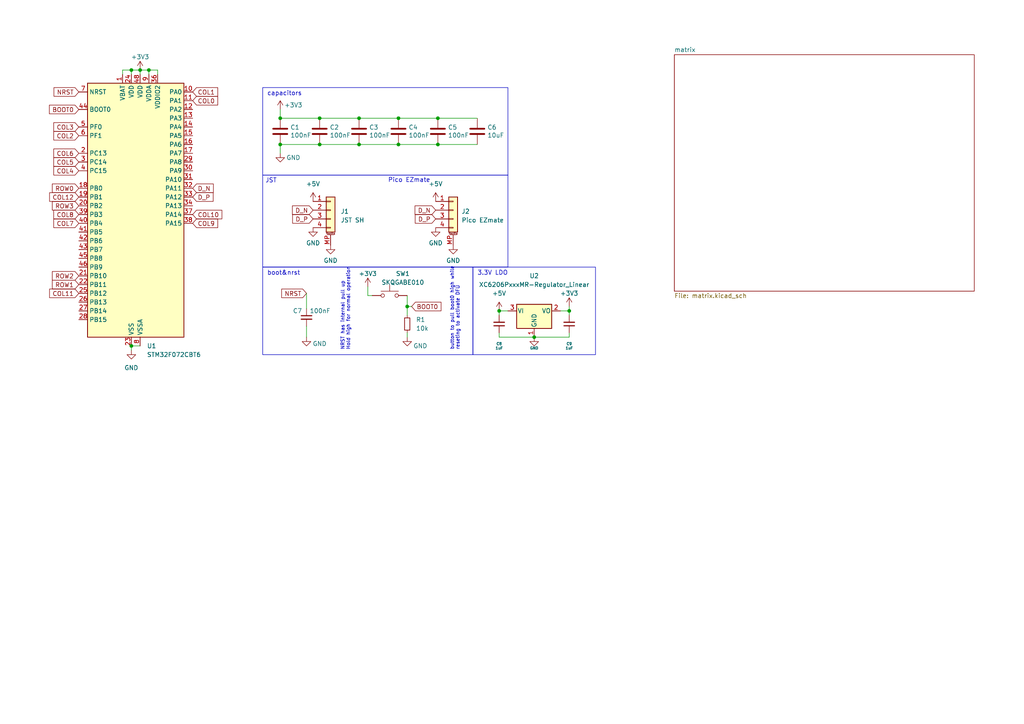
<source format=kicad_sch>
(kicad_sch (version 20231120) (generator "eeschema") (generator_version "8.0")
  (paper "A4")
  (lib_symbols
    (symbol "Connector_Generic_MountingPin:Conn_01x04_MountingPin" (pin_names (offset 1.016) hide)
      (property "Reference" "J" (at 0 5.08 0))
      (property "Value" "Conn_01x04_MountingPin" (at 1.27 -7.62 0))
      (symbol "Conn_01x04_MountingPin_1_1"
        (rectangle (start -1.27 -4.953) (end 0 -5.207) (stroke (width 0.1524)))
        (rectangle (start -1.27 -2.413) (end 0 -2.667) (stroke (width 0.1524)))
        (rectangle (start -1.27 0.127) (end 0 -0.127) (stroke (width 0.1524)))
        (rectangle (start -1.27 2.667) (end 0 2.413) (stroke (width 0.1524)))
        (rectangle (start -1.27 3.81) (end 1.27 -6.35) (stroke (width 0.254)) (fill (type background)))
        (polyline (pts (xy -1.016 -7.112) (xy 1.016 -7.112)) (stroke (width 0.1524)))
        (text "Mounting" (at 0 -6.731 0) (effects (font (size 0.381 0.381))))
        (pin passive line (at -5.08 2.54 0) (length 3.81) (name "Pin_1") (number "1"))
        (pin passive line (at -5.08 0 0) (length 3.81) (name "Pin_2") (number "2"))
        (pin passive line (at -5.08 -2.54 0) (length 3.81) (name "Pin_3") (number "3"))
        (pin passive line (at -5.08 -5.08 0) (length 3.81) (name "Pin_4") (number "4"))
        (pin passive line (at 0 -10.16 90) (length 3.048) (name "MountPin") (number "MP"))
      )
    )
    (symbol "Device:C" (pin_numbers hide) (pin_names (offset 0.254))
      (property "Reference" "C" (at 0.635 2.54 0))
      (property "Value" "C" (at 0.635 -2.54 0))
      (symbol "C_0_1"
        (polyline (pts (xy -2.032 -0.762) (xy 2.032 -0.762)) (stroke (width 0.508)))
        (polyline (pts (xy -2.032 0.762) (xy 2.032 0.762)) (stroke (width 0.508)))
      )
      (symbol "C_1_1"
        (pin passive line (at 0 3.81 270) (length 2.794) (name "~") (number "1"))
        (pin passive line (at 0 -3.81 90) (length 2.794) (name "~") (number "2"))
      )
    )
    (symbol "Device:C_Small" (pin_numbers hide) (pin_names (offset 0.254) hide)
      (property "Reference" "C" (at 0.254 1.778 0))
      (property "Value" "C_Small" (at 0.254 -2.032 0))
      (symbol "C_Small_0_1"
        (polyline (pts (xy -1.524 -0.508) (xy 1.524 -0.508)) (stroke (width 0.3302)))
        (polyline (pts (xy -1.524 0.508) (xy 1.524 0.508)) (stroke (width 0.3048)))
      )
      (symbol "C_Small_1_1"
        (pin passive line (at 0 2.54 270) (length 2.032) (name "~") (number "1"))
        (pin passive line (at 0 -2.54 90) (length 2.032) (name "~") (number "2"))
      )
    )
    (symbol "Device:R_Small" (pin_numbers hide) (pin_names (offset 0.254) hide)
      (property "Reference" "R" (at 0.762 0.508 0))
      (property "Value" "R_Small" (at 0.762 -1.016 0))
      (symbol "R_Small_0_1"
        (rectangle (start -0.762 1.778) (end 0.762 -1.778) (stroke (width 0.2032)))
      )
      (symbol "R_Small_1_1"
        (pin passive line (at 0 2.54 270) (length 0.762) (name "~") (number "1"))
        (pin passive line (at 0 -2.54 90) (length 0.762) (name "~") (number "2"))
      )
    )
    (symbol "MCU_ST_STM32F0:STM32F072CBTx"
      (property "Reference" "U" (at -12.7 39.37 0))
      (property "Value" "STM32F072CBTx" (at 10.16 39.37 0))
      (symbol "STM32F072CBTx_0_1"
        (rectangle (start -12.7 -35.56) (end 15.24 38.1) (stroke (width 0.254)) (fill (type background)))
      )
      (symbol "STM32F072CBTx_1_1"
        (pin power_in line (at -2.54 40.64 270) (length 2.54) (name "VBAT") (number "1"))
        (pin bidirectional line (at 17.78 35.56 180) (length 2.54) (name "PA0") (number "10"))
        (pin bidirectional line (at 17.78 33.02 180) (length 2.54) (name "PA1") (number "11"))
        (pin bidirectional line (at 17.78 30.48 180) (length 2.54) (name "PA2") (number "12"))
        (pin bidirectional line (at 17.78 27.94 180) (length 2.54) (name "PA3") (number "13"))
        (pin bidirectional line (at 17.78 25.4 180) (length 2.54) (name "PA4") (number "14"))
        (pin bidirectional line (at 17.78 22.86 180) (length 2.54) (name "PA5") (number "15"))
        (pin bidirectional line (at 17.78 20.32 180) (length 2.54) (name "PA6") (number "16"))
        (pin bidirectional line (at 17.78 17.78 180) (length 2.54) (name "PA7") (number "17"))
        (pin bidirectional line (at -15.24 7.62 0) (length 2.54) (name "PB0") (number "18"))
        (pin bidirectional line (at -15.24 5.08 0) (length 2.54) (name "PB1") (number "19"))
        (pin bidirectional line (at -15.24 17.78 0) (length 2.54) (name "PC13") (number "2"))
        (pin bidirectional line (at -15.24 2.54 0) (length 2.54) (name "PB2") (number "20"))
        (pin bidirectional line (at -15.24 -17.78 0) (length 2.54) (name "PB10") (number "21"))
        (pin bidirectional line (at -15.24 -20.32 0) (length 2.54) (name "PB11") (number "22"))
        (pin power_in line (at 0 -38.1 90) (length 2.54) (name "VSS") (number "23"))
        (pin power_in line (at 0 40.64 270) (length 2.54) (name "VDD") (number "24"))
        (pin bidirectional line (at -15.24 -22.86 0) (length 2.54) (name "PB12") (number "25"))
        (pin bidirectional line (at -15.24 -25.4 0) (length 2.54) (name "PB13") (number "26"))
        (pin bidirectional line (at -15.24 -27.94 0) (length 2.54) (name "PB14") (number "27"))
        (pin bidirectional line (at -15.24 -30.48 0) (length 2.54) (name "PB15") (number "28"))
        (pin bidirectional line (at 17.78 15.24 180) (length 2.54) (name "PA8") (number "29"))
        (pin bidirectional line (at -15.24 15.24 0) (length 2.54) (name "PC14") (number "3"))
        (pin bidirectional line (at 17.78 12.7 180) (length 2.54) (name "PA9") (number "30"))
        (pin bidirectional line (at 17.78 10.16 180) (length 2.54) (name "PA10") (number "31"))
        (pin bidirectional line (at 17.78 7.62 180) (length 2.54) (name "PA11") (number "32"))
        (pin bidirectional line (at 17.78 5.08 180) (length 2.54) (name "PA12") (number "33"))
        (pin bidirectional line (at 17.78 2.54 180) (length 2.54) (name "PA13") (number "34"))
        (pin passive line (at 0 -38.1 90) (length 2.54) hide (name "VSS") (number "35"))
        (pin power_in line (at 7.62 40.64 270) (length 2.54) (name "VDDIO2") (number "36"))
        (pin bidirectional line (at 17.78 0 180) (length 2.54) (name "PA14") (number "37"))
        (pin bidirectional line (at 17.78 -2.54 180) (length 2.54) (name "PA15") (number "38"))
        (pin bidirectional line (at -15.24 0 0) (length 2.54) (name "PB3") (number "39"))
        (pin bidirectional line (at -15.24 12.7 0) (length 2.54) (name "PC15") (number "4"))
        (pin bidirectional line (at -15.24 -2.54 0) (length 2.54) (name "PB4") (number "40"))
        (pin bidirectional line (at -15.24 -5.08 0) (length 2.54) (name "PB5") (number "41"))
        (pin bidirectional line (at -15.24 -7.62 0) (length 2.54) (name "PB6") (number "42"))
        (pin bidirectional line (at -15.24 -10.16 0) (length 2.54) (name "PB7") (number "43"))
        (pin input line (at -15.24 30.48 0) (length 2.54) (name "BOOT0") (number "44"))
        (pin bidirectional line (at -15.24 -12.7 0) (length 2.54) (name "PB8") (number "45"))
        (pin bidirectional line (at -15.24 -15.24 0) (length 2.54) (name "PB9") (number "46"))
        (pin passive line (at 0 -38.1 90) (length 2.54) hide (name "VSS") (number "47"))
        (pin power_in line (at 2.54 40.64 270) (length 2.54) (name "VDD") (number "48"))
        (pin bidirectional line (at -15.24 25.4 0) (length 2.54) (name "PF0") (number "5"))
        (pin bidirectional line (at -15.24 22.86 0) (length 2.54) (name "PF1") (number "6"))
        (pin input line (at -15.24 35.56 0) (length 2.54) (name "NRST") (number "7"))
        (pin power_in line (at 2.54 -38.1 90) (length 2.54) (name "VSSA") (number "8"))
        (pin power_in line (at 5.08 40.64 270) (length 2.54) (name "VDDA") (number "9"))
      )
    )
    (symbol "Switch:SW_Push" (pin_numbers hide) (pin_names (offset 1.016) hide)
      (property "Reference" "SW" (at 1.27 2.54 0))
      (property "Value" "SW_Push" (at 0 -1.524 0))
      (symbol "SW_Push_0_1"
        (circle (center -2.032 0) (radius 0.508))
        (polyline (pts (xy 0 1.27) (xy 0 3.048)))
        (polyline (pts (xy 2.54 1.27) (xy -2.54 1.27)))
        (circle (center 2.032 0) (radius 0.508))
        (pin passive line (at -5.08 0 0) (length 2.54) (name "1") (number "1"))
        (pin passive line (at 5.08 0 180) (length 2.54) (name "2") (number "2"))
      )
    )
    (symbol "kicad-keyboard-parts:XC6206PxxxMR-Regulator_Linear" (pin_names (offset 0.254))
      (property "Reference" "U" (at -3.81 3.175 0))
      (property "Value" "XC6206PxxxMR-Regulator_Linear" (at 0 3.175 0))
      (property "LCSC" "C5446" (at 0 0 0))
      (symbol "XC6206PxxxMR-Regulator_Linear_0_1"
        (rectangle (start -5.08 1.905) (end 5.08 -5.08) (stroke (width 0.254)) (fill (type background)))
      )
      (symbol "XC6206PxxxMR-Regulator_Linear_1_1"
        (pin power_in line (at 0 -7.62 90) (length 2.54) (name "GND") (number "1"))
        (pin power_out line (at 7.62 0 180) (length 2.54) (name "VO") (number "2"))
        (pin power_in line (at -7.62 0 0) (length 2.54) (name "VI") (number "3"))
      )
    )
    (symbol "power:+3V3" (power) (pin_names (offset 0))
      (property "Value" "+3V3" (at 0 3.556 0))
      (symbol "+3V3_0_1"
        (polyline (pts (xy -0.762 1.27) (xy 0 2.54)))
        (polyline (pts (xy 0 0) (xy 0 2.54)))
        (polyline (pts (xy 0 2.54) (xy 0.762 1.27)))
      )
      (symbol "+3V3_1_1"
        (pin power_in line (at 0 0 90) (length 0) hide (name "+3V3") (number "1"))
      )
    )
    (symbol "power:+5V" (power) (pin_names (offset 0))
      (property "Value" "+5V" (at 0 3.556 0))
      (symbol "+5V_0_1"
        (polyline (pts (xy -0.762 1.27) (xy 0 2.54)))
        (polyline (pts (xy 0 0) (xy 0 2.54)))
        (polyline (pts (xy 0 2.54) (xy 0.762 1.27)))
      )
      (symbol "+5V_1_1"
        (pin power_in line (at 0 0 90) (length 0) hide (name "+5V") (number "1"))
      )
    )
    (symbol "power:GND" (power) (pin_names (offset 0))
      (property "Value" "GND" (at 0 -3.81 0))
      (symbol "GND_0_1"
        (polyline (pts (xy 0 0) (xy 0 -1.27) (xy 1.27 -1.27) (xy 0 -2.54) (xy -1.27 -1.27) (xy 0 -1.27)))
      )
      (symbol "GND_1_1"
        (pin power_in line (at 0 0 270) (length 0) hide (name "GND") (number "1"))
      )
    )
  )
  (junction (at 38.1 20.32))
  (junction (at 43.18 20.32))
  (junction (at 92.71 34.29))
  (junction (at 154.94 97.79) (diameter 0.9144))
  (junction (at 81.28 34.29))
  (junction (at 92.71 41.91))
  (junction (at 81.28 41.91))
  (junction (at 127 41.91))
  (junction (at 165.1 90.17))
  (junction (at 127 34.29))
  (junction (at 40.64 20.32))
  (junction (at 118.11 88.9))
  (junction (at 144.78 90.17))
  (junction (at 115.57 34.29))
  (junction (at 115.57 41.91))
  (junction (at 104.14 34.29))
  (junction (at 104.14 41.91))
  (junction (at 38.1 100.33))
  (wire (pts (xy 43.18 20.32) (xy 40.64 20.32)))
  (wire (pts (xy 118.11 88.9) (xy 119.38 88.9)))
  (wire (pts (xy 43.18 20.32) (xy 45.72 20.32)))
  (wire (pts (xy 154.94 97.79) (xy 165.1 97.79)))
  (wire (pts (xy 118.11 88.9) (xy 118.11 91.44)))
  (wire (pts (xy 38.1 20.32) (xy 38.1 21.59)))
  (wire (pts (xy 43.18 20.32) (xy 43.18 21.59)))
  (wire (pts (xy 92.71 34.29) (xy 104.14 34.29)))
  (wire (pts (xy 38.1 20.32) (xy 40.64 20.32)))
  (wire (pts (xy 107.95 85.725) (xy 106.68 85.725)))
  (wire (pts (xy 144.78 96.52) (xy 144.78 97.79)))
  (wire (pts (xy 118.11 85.725) (xy 118.11 88.9)))
  (wire (pts (xy 88.9 97.79) (xy 88.9 94.615)))
  (wire (pts (xy 115.57 34.29) (xy 127 34.29)))
  (wire (pts (xy 144.78 90.17) (xy 144.78 91.44)))
  (wire (pts (xy 115.57 41.91) (xy 127 41.91)))
  (wire (pts (xy 81.28 44.45) (xy 81.28 41.91)))
  (wire (pts (xy 38.1 100.33) (xy 40.64 100.33)))
  (wire (pts (xy 104.14 34.29) (xy 115.57 34.29)))
  (wire (pts (xy 162.56 90.17) (xy 165.1 90.17)))
  (wire (pts (xy 106.68 85.725) (xy 106.68 83.185)))
  (wire (pts (xy 45.72 20.32) (xy 45.72 21.59)))
  (wire (pts (xy 35.56 20.32) (xy 35.56 21.59)))
  (wire (pts (xy 118.11 96.52) (xy 118.11 97.79)))
  (wire (pts (xy 127 41.91) (xy 138.43 41.91)))
  (wire (pts (xy 92.71 41.91) (xy 104.14 41.91)))
  (wire (pts (xy 81.28 31.75) (xy 81.28 34.29)))
  (wire (pts (xy 92.71 34.29) (xy 81.28 34.29)))
  (wire (pts (xy 127 34.29) (xy 138.43 34.29)))
  (wire (pts (xy 165.1 90.17) (xy 165.1 91.44)))
  (wire (pts (xy 104.14 41.91) (xy 115.57 41.91)))
  (wire (pts (xy 144.78 90.17) (xy 147.32 90.17)))
  (wire (pts (xy 88.9 85.09) (xy 88.9 89.535)))
  (wire (pts (xy 38.1 101.6) (xy 38.1 100.33)))
  (wire (pts (xy 165.1 96.52) (xy 165.1 97.79)))
  (wire (pts (xy 92.71 41.91) (xy 81.28 41.91)))
  (wire (pts (xy 35.56 20.32) (xy 38.1 20.32)))
  (wire (pts (xy 40.64 20.32) (xy 40.64 21.59)))
  (wire (pts (xy 154.94 97.79) (xy 144.78 97.79)))
  (wire (pts (xy 165.1 88.9) (xy 165.1 90.17)))
  (rectangle (start 137.16 77.47) (end 172.72 102.87))
  (rectangle (start 76.2 77.47) (end 137.16 102.87))
  (rectangle (start 76.2 25.4) (end 147.32 50.8))
  (rectangle (start 76.2 50.8) (end 147.32 77.47))
  (text "JST" (at 76.962 53.213 0) (effects (font (size 1.27 1.27)) (justify left bottom)))
  (text "capacitors" (at 77.47 27.94 0) (effects (font (size 1.27 1.27)) (justify left bottom)))
  (text "NRST has internal pull up\nHold high for normal operation" (at 101.6 101.6 90) (effects (font (size 1 1)) (justify left bottom)))
  (text "boot&nrst" (at 77.47 80.01 0) (effects (font (size 1.27 1.27)) (justify left bottom)))
  (text "button to pull boot0 high while \nreseting to activate DFU" (at 133.35 101.6 90) (effects (font (size 1 1)) (justify left bottom)))
  (text "Pico EZmate" (at 112.522 53.086 0) (effects (font (size 1.27 1.27)) (justify left bottom)))
  (text "3.3V LDO" (at 138.43 80.01 0) (effects (font (size 1.27 1.27)) (justify left bottom)))
  (global_label "D_N" (shape input) (at 90.805 60.96 180) (property "Intersheetrefs" "${INTERSHEET_REFS}" (effects (hide yes))))
  (global_label "COL4" (shape input) (at 22.86 49.53 180) (property "Intersheetrefs" "${INTERSHEET_REFS}" (effects (hide yes))))
  (global_label "COL0" (shape input) (at 55.88 29.21 0) (property "Intersheetrefs" "${INTERSHEET_REFS}" (effects (hide yes))))
  (global_label "COL3" (shape input) (at 22.86 36.83 180) (property "Intersheetrefs" "${INTERSHEET_REFS}" (effects (hide yes))))
  (global_label "COL8" (shape input) (at 22.86 62.23 180) (property "Intersheetrefs" "${INTERSHEET_REFS}" (effects (hide yes))))
  (global_label "NRST" (shape input) (at 88.9 85.09 180) (property "Intersheetrefs" "${INTERSHEET_REFS}" (effects (hide yes))))
  (global_label "BOOT0" (shape input) (at 119.38 88.9 0) (property "Intersheetrefs" "${INTERSHEET_REFS}" (effects (hide yes))))
  (global_label "D_P" (shape input) (at 126.365 63.5 180) (property "Intersheetrefs" "${INTERSHEET_REFS}" (effects (hide yes))))
  (global_label "ROW0" (shape input) (at 22.86 54.61 180) (property "Intersheetrefs" "${INTERSHEET_REFS}" (effects (hide yes))))
  (global_label "COL1" (shape input) (at 55.88 26.67 0) (property "Intersheetrefs" "${INTERSHEET_REFS}" (effects (hide yes))))
  (global_label "COL7" (shape input) (at 22.86 64.77 180) (property "Intersheetrefs" "${INTERSHEET_REFS}" (effects (hide yes))))
  (global_label "D_P" (shape input) (at 90.805 63.5 180) (property "Intersheetrefs" "${INTERSHEET_REFS}" (effects (hide yes))))
  (global_label "NRST" (shape input) (at 22.86 26.67 180) (property "Intersheetrefs" "${INTERSHEET_REFS}" (effects (hide yes))))
  (global_label "COL5" (shape input) (at 22.86 46.99 180) (property "Intersheetrefs" "${INTERSHEET_REFS}" (effects (hide yes))))
  (global_label "COL6" (shape input) (at 22.86 44.45 180) (property "Intersheetrefs" "${INTERSHEET_REFS}" (effects (hide yes))))
  (global_label "COL9" (shape input) (at 55.88 64.77 0) (property "Intersheetrefs" "${INTERSHEET_REFS}" (effects (hide yes))))
  (global_label "D_P" (shape input) (at 55.88 57.15 0) (property "Intersheetrefs" "${INTERSHEET_REFS}" (effects (hide yes))))
  (global_label "COL10" (shape input) (at 55.88 62.23 0) (property "Intersheetrefs" "${INTERSHEET_REFS}" (effects (hide yes))))
  (global_label "ROW3" (shape input) (at 22.86 59.69 180) (property "Intersheetrefs" "${INTERSHEET_REFS}" (effects (hide yes))))
  (global_label "COL11" (shape input) (at 22.86 85.09 180) (property "Intersheetrefs" "${INTERSHEET_REFS}" (effects (hide yes))))
  (global_label "ROW2" (shape input) (at 22.86 80.01 180) (property "Intersheetrefs" "${INTERSHEET_REFS}" (effects (hide yes))))
  (global_label "COL2" (shape input) (at 22.86 39.37 180) (property "Intersheetrefs" "${INTERSHEET_REFS}" (effects (hide yes))))
  (global_label "BOOT0" (shape input) (at 22.86 31.75 180) (property "Intersheetrefs" "${INTERSHEET_REFS}" (effects (hide yes))))
  (global_label "COL12" (shape input) (at 22.86 57.15 180) (property "Intersheetrefs" "${INTERSHEET_REFS}" (effects (hide yes))))
  (global_label "D_N" (shape input) (at 126.365 60.96 180) (property "Intersheetrefs" "${INTERSHEET_REFS}" (effects (hide yes))))
  (global_label "D_N" (shape input) (at 55.88 54.61 0) (property "Intersheetrefs" "${INTERSHEET_REFS}" (effects (hide yes))))
  (global_label "ROW1" (shape input) (at 22.86 82.55 180) (property "Intersheetrefs" "${INTERSHEET_REFS}" (effects (hide yes))))
  (symbol (lib_id "Device:C") (at 92.71 38.1 0) (unit 1)
    (property "Reference" "C2" (at 95.631 36.9316 0) (effects (justify left)))
    (property "Value" "100nF" (at 95.631 39.243 0) (effects (justify left)))
    (property "Footprint" "Capacitor_SMD:C_0402_1005Metric" (effects (hide yes)))
    (property "LCSC" "C307331" (effects (hide yes)))
  )
  (symbol (lib_id "power:+5V") (at 126.365 58.42 0) (unit 1)
    (property "Reference" "#PWR05" (effects (hide yes)))
    (property "Value" "+5V" (at 126.365 53.34 0))
  )
  (symbol (lib_id "Connector_Generic_MountingPin:Conn_01x04_MountingPin") (at 95.885 60.96 0) (unit 1)
    (property "Reference" "J1" (at 98.806 61.3155 0) (effects (justify left)))
    (property "Value" "JST SH" (at 98.806 63.8555 0) (effects (justify left)))
    (property "Footprint" "Connector_JST:JST_SH_SM04B-SRSS-TB_1x04-1MP_P1.00mm_Horizontal" (effects (hide yes)))
  )
  (symbol (lib_id "power:GND") (at 95.885 71.12 0) (unit 1)
    (property "Reference" "#PWR08" (effects (hide yes)))
    (property "Value" "GND" (at 95.885 75.5634 0))
  )
  (symbol (lib_id "power:+5V") (at 144.78 90.17 0) (unit 1)
    (property "Reference" "#PWR012" (effects (hide yes)))
    (property "Value" "+5V" (at 144.78 85.09 0))
  )
  (symbol (lib_id "Device:C") (at 81.28 38.1 0) (unit 1)
    (property "Reference" "C1" (at 84.201 36.9316 0) (effects (justify left)))
    (property "Value" "100nF" (at 84.201 39.243 0) (effects (justify left)))
    (property "Footprint" "Capacitor_SMD:C_0402_1005Metric" (effects (hide yes)))
    (property "LCSC" "C307331" (effects (hide yes)))
  )
  (symbol (lib_id "power:GND") (at 81.28 44.45 0) (unit 1)
    (property "Reference" "#PWR03" (effects (hide yes)))
    (property "Value" "GND" (at 85.09 45.72 0))
  )
  (symbol (lib_id "Device:C") (at 104.14 38.1 0) (unit 1)
    (property "Reference" "C3" (at 107.061 36.9316 0) (effects (justify left)))
    (property "Value" "100nF" (at 107.061 39.243 0) (effects (justify left)))
    (property "Footprint" "Capacitor_SMD:C_0402_1005Metric" (effects (hide yes)))
    (property "LCSC" "C307331" (effects (hide yes)))
  )
  (symbol (lib_id "Device:R_Small") (at 118.11 93.98 0) (unit 1)
    (property "Reference" "R1" (at 120.65 92.7099 0) (effects (justify left)))
    (property "Value" "10k" (at 120.65 95.2499 0) (effects (justify left)))
    (property "Footprint" "Resistor_SMD:R_0402_1005Metric" (effects (hide yes)))
  )
  (symbol (lib_id "power:GND") (at 126.365 66.04 0) (unit 1)
    (property "Reference" "#PWR07" (effects (hide yes)))
    (property "Value" "GND" (at 126.365 70.4834 0))
  )
  (symbol (lib_id "MCU_ST_STM32F0:STM32F072CBTx") (at 38.1 62.23 0) (unit 1)
    (property "Reference" "U1" (at 42.5959 100.33 0) (effects (justify left)))
    (property "Value" "STM32F072CBT6" (at 42.5959 102.87 0) (effects (justify left)))
    (property "Footprint" "Package_QFP:LQFP-48_7x7mm_P0.5mm" (effects (hide yes)))
    (property "Datasheet" "https://www.st.com/resource/en/datasheet/stm32f072cb.pdf" (effects (hide yes)))
    (property "JlcRotOffset" "90" (effects (hide yes)))
  )
  (symbol (lib_id "Device:C_Small") (at 88.9 92.075 0) (mirror y) (unit 1)
    (property "Reference" "C7" (at 87.63 90.17 0) (effects (justify left)))
    (property "Value" "100nF" (at 95.885 90.17 0) (effects (justify left)))
    (property "Footprint" "Capacitor_SMD:C_0402_1005Metric" (effects (hide yes)))
    (property "LCSC" "C307331" (effects (hide yes)))
  )
  (symbol (lib_id "Device:C") (at 127 38.1 0) (unit 1)
    (property "Reference" "C5" (at 129.921 36.9316 0) (effects (justify left)))
    (property "Value" "100nF" (at 129.921 39.243 0) (effects (justify left)))
    (property "Footprint" "Capacitor_SMD:C_0402_1005Metric" (effects (hide yes)))
    (property "LCSC" "C307331" (effects (hide yes)))
  )
  (symbol (lib_id "Device:C") (at 115.57 38.1 0) (unit 1)
    (property "Reference" "C4" (at 118.491 36.9316 0) (effects (justify left)))
    (property "Value" "100nF" (at 118.491 39.243 0) (effects (justify left)))
    (property "Footprint" "Capacitor_SMD:C_0402_1005Metric" (effects (hide yes)))
    (property "LCSC" "C307331" (effects (hide yes)))
  )
  (symbol (lib_id "power:+5V") (at 90.805 58.42 0) (unit 1)
    (property "Reference" "#PWR04" (effects (hide yes)))
    (property "Value" "+5V" (at 90.805 53.34 0))
  )
  (symbol (lib_id "Connector_Generic_MountingPin:Conn_01x04_MountingPin") (at 131.445 60.96 0) (unit 1)
    (property "Reference" "J2" (at 133.858 61.3155 0) (effects (justify left)))
    (property "Value" "Pico EZmate" (at 133.858 63.8555 0) (effects (justify left)))
    (property "Footprint" "Connector_Molex:Molex_Pico-EZmate_78171-0004_1x04-1MP_P1.20mm_Vertical" (effects (hide yes)))
  )
  (symbol (lib_id "kicad-keyboard-parts:XC6206PxxxMR-Regulator_Linear") (at 154.94 90.17 0) (unit 1)
    (property "Reference" "U2" (at 154.94 80.01 0))
    (property "Value" "XC6206PxxxMR-Regulator_Linear" (at 154.94 82.55 0))
    (property "Footprint" "Package_TO_SOT_SMD:SOT-23" (effects (hide yes)))
    (property "Datasheet" "https://www.torexsemi.com/file/xc6206/XC6206.pdf" (effects (hide yes)))
    (property "LCSC" "C5446" (effects (hide yes)))
  )
  (symbol (lib_id "power:GND") (at 118.11 97.79 0) (unit 1)
    (property "Reference" "#PWR014" (effects (hide yes)))
    (property "Value" "GND" (at 121.92 100.33 0))
  )
  (symbol (lib_id "power:+3V3") (at 165.1 88.9 0) (unit 1)
    (property "Reference" "#PWR011" (effects (hide yes)))
    (property "Value" "+3V3" (at 165.1 85.09 0))
  )
  (symbol (lib_id "power:GND") (at 88.9 97.79 0) (mirror y) (unit 1)
    (property "Reference" "#PWR013" (effects (hide yes)))
    (property "Value" "GND" (at 92.71 99.695 0))
  )
  (symbol (lib_id "Switch:SW_Push") (at 113.03 85.725 0) (unit 1)
    (property "Reference" "SW1" (at 116.84 79.375 0))
    (property "Value" "SKQGABE010" (at 116.84 81.915 0))
    (property "Footprint" "Button_Switch_SMD:SW_Push_SPST_NO_Alps_SKRK" (effects (hide yes)))
    (property "LCSC" "C115351" (effects (hide yes)))
  )
  (symbol (lib_id "power:+3V3") (at 106.68 83.185 0) (mirror y) (unit 1)
    (property "Reference" "#PWR010" (effects (hide yes)))
    (property "Value" "+3V3" (at 106.68 79.375 0))
  )
  (symbol (lib_id "power:GND") (at 90.805 66.04 0) (unit 1)
    (property "Reference" "#PWR06" (effects (hide yes)))
    (property "Value" "GND" (at 90.805 70.4834 0))
  )
  (symbol (lib_id "Device:C") (at 138.43 38.1 0) (unit 1)
    (property "Reference" "C6" (at 141.351 36.9316 0) (effects (justify left)))
    (property "Value" "10uF" (at 141.351 39.243 0) (effects (justify left)))
    (property "Footprint" "Capacitor_SMD:C_0402_1005Metric" (effects (hide yes)))
  )
  (symbol (lib_id "power:GND") (at 154.94 97.79 0) (unit 1)
    (property "Reference" "#PWR015" (effects (hide yes)))
    (property "Value" "GND" (at 154.94 100.965 0) (effects (font (size 0.762 0.762))))
  )
  (symbol (lib_id "power:+3V3") (at 40.64 20.32 0) (unit 1)
    (property "Reference" "#PWR01" (effects (hide yes)))
    (property "Value" "+3V3" (at 40.64 16.51 0))
  )
  (symbol (lib_id "power:+3V3") (at 81.28 31.75 0) (unit 1)
    (property "Reference" "#PWR02" (effects (hide yes)))
    (property "Value" "+3V3" (at 85.09 30.48 0))
  )
  (symbol (lib_id "power:GND") (at 38.1 101.6 0) (unit 1)
    (property "Reference" "#PWR016" (effects (hide yes)))
    (property "Value" "GND" (at 38.1 106.68 0))
  )
  (symbol (lib_id "Device:C_Small") (at 144.78 93.98 180) (unit 1)
    (property "Reference" "C8" (at 144.78 99.695 0) (effects (font (size 0.762 0.762))))
    (property "Value" "1uF" (at 144.78 100.965 0) (effects (font (size 0.762 0.762))))
    (property "Footprint" "Capacitor_SMD:C_0402_1005Metric" (effects (hide yes)))
    (property "LCSC" "C52923" (effects (hide yes)))
  )
  (symbol (lib_id "Device:C_Small") (at 165.1 93.98 180) (unit 1)
    (property "Reference" "C9" (at 165.1 99.695 0) (effects (font (size 0.762 0.762))))
    (property "Value" "1uF" (at 165.1 100.965 0) (effects (font (size 0.762 0.762))))
    (property "Footprint" "Capacitor_SMD:C_0402_1005Metric" (effects (hide yes)))
    (property "LCSC" "C52923" (effects (hide yes)))
  )
  (symbol (lib_id "power:GND") (at 131.445 71.12 0) (unit 1)
    (property "Reference" "#PWR09" (effects (hide yes)))
    (property "Value" "GND" (at 131.445 75.5634 0))
  )
  (sheet (at 195.58 15.875) (size 86.995 68.58) (stroke (width 0.1524))
    (property "Sheetname" "matrix" (at 195.58 15.1634 0) (effects (justify left bottom)))
    (property "Sheetfile" "matrix.kicad_sch" (at 195.58 85.0396 0) (effects (justify left top)))
  )
)
</source>
